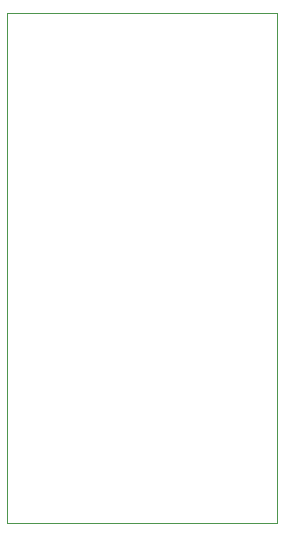
<source format=gbr>
%TF.GenerationSoftware,Altium Limited,Altium Designer,22.4.2 (48)*%
G04 Layer_Color=0*
%FSLAX26Y26*%
%MOIN*%
%TF.SameCoordinates,31C44E49-19BD-49CD-A116-05C5AD78183A*%
%TF.FilePolarity,Positive*%
%TF.FileFunction,Profile,NP*%
%TF.Part,Single*%
G01*
G75*
%TA.AperFunction,Profile*%
%ADD26C,0.001000*%
D26*
X900000D01*
Y1700000D01*
X0D01*
Y0D01*
%TF.MD5,457d3ca33d85dff79990666b9873f2c2*%
M02*

</source>
